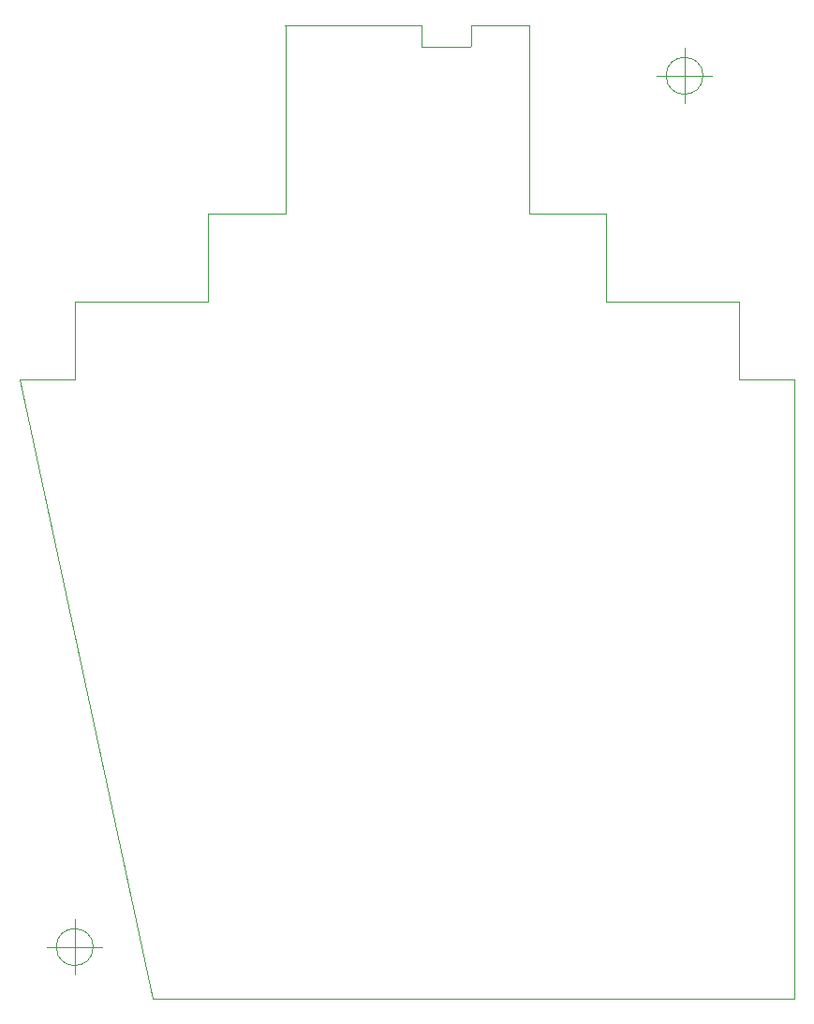
<source format=gbr>
%TF.GenerationSoftware,KiCad,Pcbnew,4.0.7-e2-6376~58~ubuntu16.04.1*%
%TF.CreationDate,2019-01-22T10:52:45+01:00*%
%TF.ProjectId,nikobus,6E696B6F6275732E6B696361645F7063,rev?*%
%TF.FileFunction,Legend,Bot*%
%FSLAX46Y46*%
G04 Gerber Fmt 4.6, Leading zero omitted, Abs format (unit mm)*
G04 Created by KiCad (PCBNEW 4.0.7-e2-6376~58~ubuntu16.04.1) date Tue Jan 22 10:52:45 2019*
%MOMM*%
%LPD*%
G01*
G04 APERTURE LIST*
%ADD10C,0.100000*%
G04 APERTURE END LIST*
D10*
X112268000Y-40005000D02*
X99949000Y-40005000D01*
X116713000Y-41910000D02*
X112268000Y-41910000D01*
X116840000Y-40005000D02*
X121920000Y-40005000D01*
X137737666Y-44561000D02*
G75*
G03X137737666Y-44561000I-1666666J0D01*
G01*
X133571000Y-44561000D02*
X138571000Y-44561000D01*
X136071000Y-42061000D02*
X136071000Y-47061000D01*
X82619666Y-123301000D02*
G75*
G03X82619666Y-123301000I-1666666J0D01*
G01*
X78453000Y-123301000D02*
X83453000Y-123301000D01*
X80953000Y-120801000D02*
X80953000Y-125801000D01*
X116767000Y-41894000D02*
X116767000Y-39989000D01*
X112322000Y-39989000D02*
X112322000Y-41894000D01*
X129000000Y-57000000D02*
X122000000Y-57000000D01*
X129000000Y-58000000D02*
X129000000Y-57000000D01*
X129000000Y-65000000D02*
X129000000Y-58000000D01*
X134000000Y-65000000D02*
X129000000Y-65000000D01*
X146000000Y-128000000D02*
X88000000Y-128000000D01*
X146000000Y-72000000D02*
X146000000Y-128000000D01*
X88000000Y-128000000D02*
X76000000Y-72000000D01*
X100000000Y-57000000D02*
X100000000Y-40000000D01*
X93000000Y-57000000D02*
X100000000Y-57000000D01*
X93000000Y-65000000D02*
X93000000Y-57000000D01*
X81000000Y-65000000D02*
X93000000Y-65000000D01*
X81000000Y-72000000D02*
X81000000Y-65000000D01*
X76000000Y-72000000D02*
X81000000Y-72000000D01*
X122000000Y-57000000D02*
X122000000Y-40000000D01*
X141000000Y-65000000D02*
X134000000Y-65000000D01*
X141000000Y-72000000D02*
X141000000Y-65000000D01*
X146000000Y-72000000D02*
X141000000Y-72000000D01*
M02*

</source>
